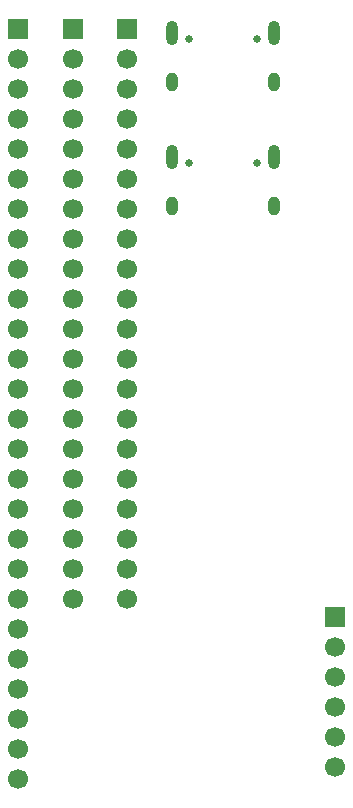
<source format=gbr>
%TF.GenerationSoftware,KiCad,Pcbnew,9.0.4*%
%TF.CreationDate,2025-09-08T22:46:10+10:00*%
%TF.ProjectId,simple-p4,73696d70-6c65-42d7-9034-2e6b69636164,rev?*%
%TF.SameCoordinates,Original*%
%TF.FileFunction,Soldermask,Bot*%
%TF.FilePolarity,Negative*%
%FSLAX46Y46*%
G04 Gerber Fmt 4.6, Leading zero omitted, Abs format (unit mm)*
G04 Created by KiCad (PCBNEW 9.0.4) date 2025-09-08 22:46:10*
%MOMM*%
%LPD*%
G01*
G04 APERTURE LIST*
%ADD10C,0.650000*%
%ADD11O,1.000000X2.100000*%
%ADD12O,1.000000X1.600000*%
%ADD13R,1.700000X1.700000*%
%ADD14C,1.700000*%
G04 APERTURE END LIST*
D10*
%TO.C,J6*%
X100170000Y-67500000D03*
X105950000Y-67500000D03*
D11*
X98740000Y-66970000D03*
D12*
X98740000Y-71150000D03*
D11*
X107380000Y-66970000D03*
D12*
X107380000Y-71150000D03*
%TD*%
D10*
%TO.C,J5*%
X100170000Y-57030000D03*
X105950000Y-57030000D03*
D11*
X98740000Y-56500000D03*
D12*
X98740000Y-60680000D03*
D11*
X107380000Y-56500000D03*
D12*
X107380000Y-60680000D03*
%TD*%
D13*
%TO.C,J4*%
X112530000Y-105920000D03*
D14*
X112530000Y-108460000D03*
X112530000Y-111000000D03*
X112530000Y-113540000D03*
X112530000Y-116080000D03*
X112530000Y-118620000D03*
%TD*%
D13*
%TO.C,J3*%
X94920000Y-56140000D03*
D14*
X94920000Y-58680000D03*
X94920000Y-61220000D03*
X94920000Y-63760000D03*
X94920000Y-66300000D03*
X94920000Y-68840000D03*
X94920000Y-71380000D03*
X94920000Y-73920000D03*
X94920000Y-76460000D03*
X94920000Y-79000000D03*
X94920000Y-81540000D03*
X94920000Y-84080000D03*
X94920000Y-86620000D03*
X94920000Y-89160000D03*
X94920000Y-91700000D03*
X94920000Y-94240000D03*
X94920000Y-96780000D03*
X94920000Y-99320000D03*
X94920000Y-101860000D03*
X94920000Y-104400000D03*
%TD*%
D13*
%TO.C,J2*%
X90330000Y-56140000D03*
D14*
X90330000Y-58680000D03*
X90330000Y-61220000D03*
X90330000Y-63760000D03*
X90330000Y-66300000D03*
X90330000Y-68840000D03*
X90330000Y-71380000D03*
X90330000Y-73920000D03*
X90330000Y-76460000D03*
X90330000Y-79000000D03*
X90330000Y-81540000D03*
X90330000Y-84080000D03*
X90330000Y-86620000D03*
X90330000Y-89160000D03*
X90330000Y-91700000D03*
X90330000Y-94240000D03*
X90330000Y-96780000D03*
X90330000Y-99320000D03*
X90330000Y-101860000D03*
X90330000Y-104400000D03*
%TD*%
D13*
%TO.C,J1*%
X85740000Y-56130000D03*
D14*
X85740000Y-58670000D03*
X85740000Y-61210000D03*
X85740000Y-63750000D03*
X85740000Y-66290000D03*
X85740000Y-68830000D03*
X85740000Y-71370000D03*
X85740000Y-73910000D03*
X85740000Y-76450000D03*
X85740000Y-78990000D03*
X85740000Y-81530000D03*
X85740000Y-84070000D03*
X85740000Y-86610000D03*
X85740000Y-89150000D03*
X85740000Y-91690000D03*
X85740000Y-94230000D03*
X85740000Y-96770000D03*
X85740000Y-99310000D03*
X85740000Y-101850000D03*
X85740000Y-104390000D03*
X85740000Y-106930000D03*
X85740000Y-109470000D03*
X85740000Y-112010000D03*
X85740000Y-114550000D03*
X85740000Y-117090000D03*
X85740000Y-119630000D03*
%TD*%
M02*

</source>
